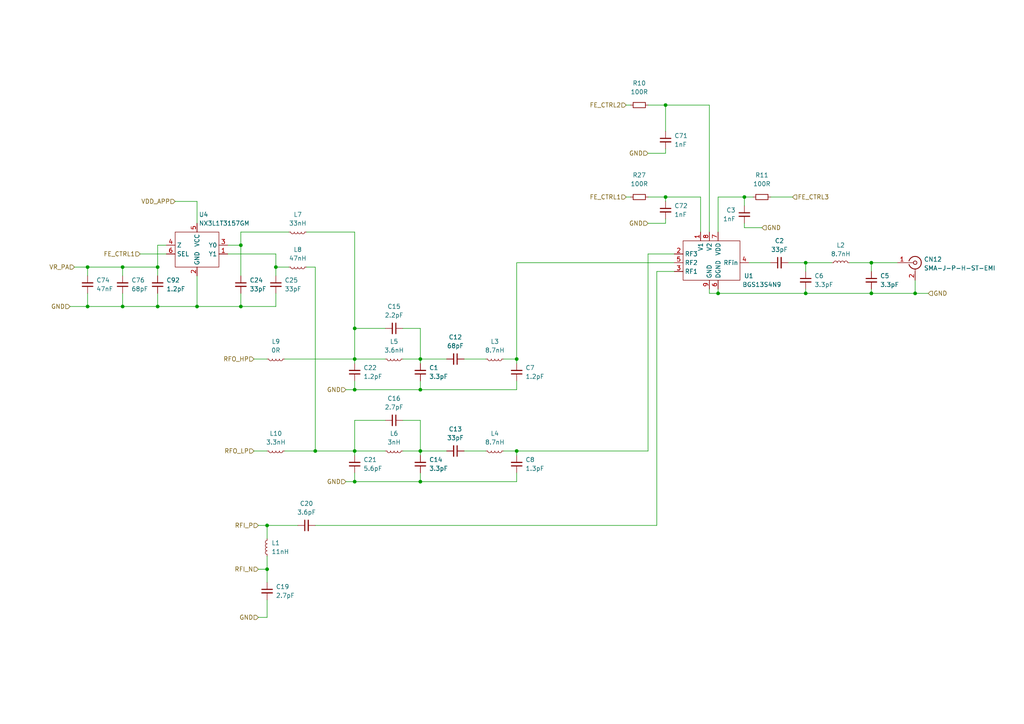
<source format=kicad_sch>
(kicad_sch (version 20211123) (generator eeschema)

  (uuid 7d36cf80-10c2-4357-b9a5-964ea56d704f)

  (paper "A4")

  (lib_symbols
    (symbol "Connector:Conn_Coaxial" (pin_names (offset 1.016) hide) (in_bom yes) (on_board yes)
      (property "Reference" "J" (id 0) (at 0.254 3.048 0)
        (effects (font (size 1.27 1.27)))
      )
      (property "Value" "Conn_Coaxial" (id 1) (at 2.921 0 90)
        (effects (font (size 1.27 1.27)))
      )
      (property "Footprint" "" (id 2) (at 0 0 0)
        (effects (font (size 1.27 1.27)) hide)
      )
      (property "Datasheet" " ~" (id 3) (at 0 0 0)
        (effects (font (size 1.27 1.27)) hide)
      )
      (property "ki_keywords" "BNC SMA SMB SMC LEMO coaxial connector CINCH RCA" (id 4) (at 0 0 0)
        (effects (font (size 1.27 1.27)) hide)
      )
      (property "ki_description" "coaxial connector (BNC, SMA, SMB, SMC, Cinch/RCA, LEMO, ...)" (id 5) (at 0 0 0)
        (effects (font (size 1.27 1.27)) hide)
      )
      (property "ki_fp_filters" "*BNC* *SMA* *SMB* *SMC* *Cinch* *LEMO*" (id 6) (at 0 0 0)
        (effects (font (size 1.27 1.27)) hide)
      )
      (symbol "Conn_Coaxial_0_1"
        (arc (start -1.778 -0.508) (mid 0.222 -1.808) (end 1.778 0)
          (stroke (width 0.254) (type default) (color 0 0 0 0))
          (fill (type none))
        )
        (polyline
          (pts
            (xy -2.54 0)
            (xy -0.508 0)
          )
          (stroke (width 0) (type default) (color 0 0 0 0))
          (fill (type none))
        )
        (polyline
          (pts
            (xy 0 -2.54)
            (xy 0 -1.778)
          )
          (stroke (width 0) (type default) (color 0 0 0 0))
          (fill (type none))
        )
        (circle (center 0 0) (radius 0.508)
          (stroke (width 0.2032) (type default) (color 0 0 0 0))
          (fill (type none))
        )
        (arc (start 1.778 0) (mid 0.2221 1.8083) (end -1.778 0.508)
          (stroke (width 0.254) (type default) (color 0 0 0 0))
          (fill (type none))
        )
      )
      (symbol "Conn_Coaxial_1_1"
        (pin passive line (at -5.08 0 0) (length 2.54)
          (name "In" (effects (font (size 1.27 1.27))))
          (number "1" (effects (font (size 1.27 1.27))))
        )
        (pin passive line (at 0 -5.08 90) (length 2.54)
          (name "Ext" (effects (font (size 1.27 1.27))))
          (number "2" (effects (font (size 1.27 1.27))))
        )
      )
    )
    (symbol "Device:C_Small" (pin_numbers hide) (pin_names (offset 0.254) hide) (in_bom yes) (on_board yes)
      (property "Reference" "C" (id 0) (at 0.254 1.778 0)
        (effects (font (size 1.27 1.27)) (justify left))
      )
      (property "Value" "C_Small" (id 1) (at 0.254 -2.032 0)
        (effects (font (size 1.27 1.27)) (justify left))
      )
      (property "Footprint" "" (id 2) (at 0 0 0)
        (effects (font (size 1.27 1.27)) hide)
      )
      (property "Datasheet" "~" (id 3) (at 0 0 0)
        (effects (font (size 1.27 1.27)) hide)
      )
      (property "ki_keywords" "capacitor cap" (id 4) (at 0 0 0)
        (effects (font (size 1.27 1.27)) hide)
      )
      (property "ki_description" "Unpolarized capacitor, small symbol" (id 5) (at 0 0 0)
        (effects (font (size 1.27 1.27)) hide)
      )
      (property "ki_fp_filters" "C_*" (id 6) (at 0 0 0)
        (effects (font (size 1.27 1.27)) hide)
      )
      (symbol "C_Small_0_1"
        (polyline
          (pts
            (xy -1.524 -0.508)
            (xy 1.524 -0.508)
          )
          (stroke (width 0.3302) (type default) (color 0 0 0 0))
          (fill (type none))
        )
        (polyline
          (pts
            (xy -1.524 0.508)
            (xy 1.524 0.508)
          )
          (stroke (width 0.3048) (type default) (color 0 0 0 0))
          (fill (type none))
        )
      )
      (symbol "C_Small_1_1"
        (pin passive line (at 0 2.54 270) (length 2.032)
          (name "~" (effects (font (size 1.27 1.27))))
          (number "1" (effects (font (size 1.27 1.27))))
        )
        (pin passive line (at 0 -2.54 90) (length 2.032)
          (name "~" (effects (font (size 1.27 1.27))))
          (number "2" (effects (font (size 1.27 1.27))))
        )
      )
    )
    (symbol "Device:L_Small" (pin_numbers hide) (pin_names (offset 0.254) hide) (in_bom yes) (on_board yes)
      (property "Reference" "L" (id 0) (at 0.762 1.016 0)
        (effects (font (size 1.27 1.27)) (justify left))
      )
      (property "Value" "L_Small" (id 1) (at 0.762 -1.016 0)
        (effects (font (size 1.27 1.27)) (justify left))
      )
      (property "Footprint" "" (id 2) (at 0 0 0)
        (effects (font (size 1.27 1.27)) hide)
      )
      (property "Datasheet" "~" (id 3) (at 0 0 0)
        (effects (font (size 1.27 1.27)) hide)
      )
      (property "ki_keywords" "inductor choke coil reactor magnetic" (id 4) (at 0 0 0)
        (effects (font (size 1.27 1.27)) hide)
      )
      (property "ki_description" "Inductor, small symbol" (id 5) (at 0 0 0)
        (effects (font (size 1.27 1.27)) hide)
      )
      (property "ki_fp_filters" "Choke_* *Coil* Inductor_* L_*" (id 6) (at 0 0 0)
        (effects (font (size 1.27 1.27)) hide)
      )
      (symbol "L_Small_0_1"
        (arc (start 0 -2.032) (mid 0.508 -1.524) (end 0 -1.016)
          (stroke (width 0) (type default) (color 0 0 0 0))
          (fill (type none))
        )
        (arc (start 0 -1.016) (mid 0.508 -0.508) (end 0 0)
          (stroke (width 0) (type default) (color 0 0 0 0))
          (fill (type none))
        )
        (arc (start 0 0) (mid 0.508 0.508) (end 0 1.016)
          (stroke (width 0) (type default) (color 0 0 0 0))
          (fill (type none))
        )
        (arc (start 0 1.016) (mid 0.508 1.524) (end 0 2.032)
          (stroke (width 0) (type default) (color 0 0 0 0))
          (fill (type none))
        )
      )
      (symbol "L_Small_1_1"
        (pin passive line (at 0 2.54 270) (length 0.508)
          (name "~" (effects (font (size 1.27 1.27))))
          (number "1" (effects (font (size 1.27 1.27))))
        )
        (pin passive line (at 0 -2.54 90) (length 0.508)
          (name "~" (effects (font (size 1.27 1.27))))
          (number "2" (effects (font (size 1.27 1.27))))
        )
      )
    )
    (symbol "Device:R_Small" (pin_numbers hide) (pin_names (offset 0.254) hide) (in_bom yes) (on_board yes)
      (property "Reference" "R" (id 0) (at 0.762 0.508 0)
        (effects (font (size 1.27 1.27)) (justify left))
      )
      (property "Value" "R_Small" (id 1) (at 0.762 -1.016 0)
        (effects (font (size 1.27 1.27)) (justify left))
      )
      (property "Footprint" "" (id 2) (at 0 0 0)
        (effects (font (size 1.27 1.27)) hide)
      )
      (property "Datasheet" "~" (id 3) (at 0 0 0)
        (effects (font (size 1.27 1.27)) hide)
      )
      (property "ki_keywords" "R resistor" (id 4) (at 0 0 0)
        (effects (font (size 1.27 1.27)) hide)
      )
      (property "ki_description" "Resistor, small symbol" (id 5) (at 0 0 0)
        (effects (font (size 1.27 1.27)) hide)
      )
      (property "ki_fp_filters" "R_*" (id 6) (at 0 0 0)
        (effects (font (size 1.27 1.27)) hide)
      )
      (symbol "R_Small_0_1"
        (rectangle (start -0.762 1.778) (end 0.762 -1.778)
          (stroke (width 0.2032) (type default) (color 0 0 0 0))
          (fill (type none))
        )
      )
      (symbol "R_Small_1_1"
        (pin passive line (at 0 2.54 270) (length 0.762)
          (name "~" (effects (font (size 1.27 1.27))))
          (number "1" (effects (font (size 1.27 1.27))))
        )
        (pin passive line (at 0 -2.54 90) (length 0.762)
          (name "~" (effects (font (size 1.27 1.27))))
          (number "2" (effects (font (size 1.27 1.27))))
        )
      )
    )
    (symbol "parts:BGS13S4N9" (in_bom yes) (on_board yes)
      (property "Reference" "U" (id 0) (at 10.16 -5.08 0)
        (effects (font (size 1.27 1.27)))
      )
      (property "Value" "BGS13S4N9" (id 1) (at 15.24 -2.54 0)
        (effects (font (size 1.27 1.27)))
      )
      (property "Footprint" "" (id 2) (at 13.97 -6.35 0)
        (effects (font (size 1.27 1.27)) hide)
      )
      (property "Datasheet" "" (id 3) (at 13.97 -6.35 0)
        (effects (font (size 1.27 1.27)) hide)
      )
      (symbol "BGS13S4N9_0_1"
        (rectangle (start -7.62 6.35) (end 8.89 -5.08)
          (stroke (width 0) (type default) (color 0 0 0 0))
          (fill (type none))
        )
      )
      (symbol "BGS13S4N9_1_1"
        (pin unspecified line (at -2.54 8.89 270) (length 2.54)
          (name "V1" (effects (font (size 1.27 1.27))))
          (number "1" (effects (font (size 1.27 1.27))))
        )
        (pin unspecified line (at -10.16 2.54 0) (length 2.54)
          (name "RF3" (effects (font (size 1.27 1.27))))
          (number "2" (effects (font (size 1.27 1.27))))
        )
        (pin unspecified line (at -10.16 -2.54 0) (length 2.54)
          (name "RF1" (effects (font (size 1.27 1.27))))
          (number "3" (effects (font (size 1.27 1.27))))
        )
        (pin unspecified line (at 11.43 0 180) (length 2.54)
          (name "RFin" (effects (font (size 1.27 1.27))))
          (number "4" (effects (font (size 1.27 1.27))))
        )
        (pin unspecified line (at -10.16 0 0) (length 2.54)
          (name "RF2" (effects (font (size 1.27 1.27))))
          (number "5" (effects (font (size 1.27 1.27))))
        )
        (pin unspecified line (at 2.54 -7.62 90) (length 2.54)
          (name "DGND" (effects (font (size 1.27 1.27))))
          (number "6" (effects (font (size 1.27 1.27))))
        )
        (pin unspecified line (at 2.54 8.89 270) (length 2.54)
          (name "VDD" (effects (font (size 1.27 1.27))))
          (number "7" (effects (font (size 1.27 1.27))))
        )
        (pin unspecified line (at 0 8.89 270) (length 2.54)
          (name "V2" (effects (font (size 1.27 1.27))))
          (number "8" (effects (font (size 1.27 1.27))))
        )
        (pin unspecified line (at 0 -7.62 90) (length 2.54)
          (name "GND" (effects (font (size 1.27 1.27))))
          (number "9" (effects (font (size 1.27 1.27))))
        )
      )
    )
    (symbol "parts:NX3L1T3157GM" (in_bom yes) (on_board yes)
      (property "Reference" "U" (id 0) (at 7.62 -6.35 0)
        (effects (font (size 1.27 1.27)))
      )
      (property "Value" "NX3L1T3157GM" (id 1) (at 13.97 -3.81 0)
        (effects (font (size 1.27 1.27)))
      )
      (property "Footprint" "" (id 2) (at 15.24 -5.08 0)
        (effects (font (size 1.27 1.27)) hide)
      )
      (property "Datasheet" "" (id 3) (at 15.24 -5.08 0)
        (effects (font (size 1.27 1.27)) hide)
      )
      (symbol "NX3L1T3157GM_0_1"
        (rectangle (start -6.35 5.08) (end 6.35 -5.08)
          (stroke (width 0) (type default) (color 0 0 0 0))
          (fill (type none))
        )
      )
      (symbol "NX3L1T3157GM_1_1"
        (pin unspecified line (at -8.89 -1.27 0) (length 2.54)
          (name "Y1" (effects (font (size 1.27 1.27))))
          (number "1" (effects (font (size 1.27 1.27))))
        )
        (pin unspecified line (at 0 -7.62 90) (length 2.54)
          (name "GND" (effects (font (size 1.27 1.27))))
          (number "2" (effects (font (size 1.27 1.27))))
        )
        (pin unspecified line (at -8.89 1.27 0) (length 2.54)
          (name "Y0" (effects (font (size 1.27 1.27))))
          (number "3" (effects (font (size 1.27 1.27))))
        )
        (pin unspecified line (at 8.89 1.27 180) (length 2.54)
          (name "Z" (effects (font (size 1.27 1.27))))
          (number "4" (effects (font (size 1.27 1.27))))
        )
        (pin unspecified line (at 0 7.62 270) (length 2.54)
          (name "VCC" (effects (font (size 1.27 1.27))))
          (number "5" (effects (font (size 1.27 1.27))))
        )
        (pin unspecified line (at 8.89 -1.27 180) (length 2.54)
          (name "SEL" (effects (font (size 1.27 1.27))))
          (number "6" (effects (font (size 1.27 1.27))))
        )
      )
    )
  )

  (junction (at 121.92 130.81) (diameter 0) (color 0 0 0 0)
    (uuid 034c1da6-974e-4313-a7b9-42c86c2c2f28)
  )
  (junction (at 69.85 88.9) (diameter 0) (color 0 0 0 0)
    (uuid 1113e9f3-5c82-4036-a17b-85c05d3a61d4)
  )
  (junction (at 121.92 139.7) (diameter 0) (color 0 0 0 0)
    (uuid 2dfaa3c5-b8f2-4093-8ffa-50366a5ce11f)
  )
  (junction (at 80.01 77.47) (diameter 0) (color 0 0 0 0)
    (uuid 36511405-aa0d-4b94-b77b-7ab19dcb8245)
  )
  (junction (at 121.92 104.14) (diameter 0) (color 0 0 0 0)
    (uuid 3ef81b0b-0ba8-430d-84c6-0739c4160863)
  )
  (junction (at 35.56 77.47) (diameter 0) (color 0 0 0 0)
    (uuid 47418a09-ebe5-4653-8d97-95eae61b1e13)
  )
  (junction (at 233.68 85.09) (diameter 0) (color 0 0 0 0)
    (uuid 4797af29-ab7d-4693-9bad-3e5995d3e38e)
  )
  (junction (at 252.73 76.2) (diameter 0) (color 0 0 0 0)
    (uuid 505854b7-4a18-4a9e-8d3c-b6743e613e7c)
  )
  (junction (at 149.86 104.14) (diameter 0) (color 0 0 0 0)
    (uuid 5bae048e-c80a-40dd-b5dc-05b61358ff64)
  )
  (junction (at 25.4 88.9) (diameter 0) (color 0 0 0 0)
    (uuid 5bffe8d3-d6ff-46e6-a2e7-4b4a621a0a1b)
  )
  (junction (at 77.47 152.4) (diameter 0) (color 0 0 0 0)
    (uuid 636e12fd-0104-441d-8789-88086180b36c)
  )
  (junction (at 193.04 57.15) (diameter 0) (color 0 0 0 0)
    (uuid 777c54ef-c223-4821-af68-0844051ae0bf)
  )
  (junction (at 45.72 77.47) (diameter 0) (color 0 0 0 0)
    (uuid 7908c248-a86e-4d5b-8bd9-ff31920fbe9d)
  )
  (junction (at 252.73 85.09) (diameter 0) (color 0 0 0 0)
    (uuid 7eb8e502-1169-4505-992a-b223860ed228)
  )
  (junction (at 102.87 113.03) (diameter 0) (color 0 0 0 0)
    (uuid 85ce6bbd-44d6-407d-ac3f-72f155b1868d)
  )
  (junction (at 25.4 77.47) (diameter 0) (color 0 0 0 0)
    (uuid 8794bbb8-862d-4da8-b3c8-8877bd78b1ee)
  )
  (junction (at 35.56 88.9) (diameter 0) (color 0 0 0 0)
    (uuid 88cb188e-89f4-4cde-a77d-7cdaaf9fd4ea)
  )
  (junction (at 233.68 76.2) (diameter 0) (color 0 0 0 0)
    (uuid a0e46e2a-4e7f-4b5f-b05f-556ed268b371)
  )
  (junction (at 77.47 165.1) (diameter 0) (color 0 0 0 0)
    (uuid b3994531-a1e0-4d3b-9407-b6aac0407205)
  )
  (junction (at 102.87 130.81) (diameter 0) (color 0 0 0 0)
    (uuid c0193622-57e3-4b6c-be0e-4e415ae1e9a1)
  )
  (junction (at 91.44 130.81) (diameter 0) (color 0 0 0 0)
    (uuid c34e3262-2db6-4a4f-8e1c-a9ec832c96dc)
  )
  (junction (at 69.85 71.12) (diameter 0) (color 0 0 0 0)
    (uuid c5f1e64e-8be7-47a3-a62e-49b9206f2340)
  )
  (junction (at 57.15 88.9) (diameter 0) (color 0 0 0 0)
    (uuid c8c3e888-5849-45f9-9f72-142ddb851273)
  )
  (junction (at 102.87 104.14) (diameter 0) (color 0 0 0 0)
    (uuid c9358787-7b9e-43bd-99a3-41eed3b62bc7)
  )
  (junction (at 265.43 85.09) (diameter 0) (color 0 0 0 0)
    (uuid cbf85877-b44a-4dbf-a2a5-2ea9e3d4e9a1)
  )
  (junction (at 102.87 139.7) (diameter 0) (color 0 0 0 0)
    (uuid e05661c9-05c3-44b8-ae82-714a1d9e3ab8)
  )
  (junction (at 208.28 85.09) (diameter 0) (color 0 0 0 0)
    (uuid e25b4deb-ae46-44cf-8552-e81fa8a9750f)
  )
  (junction (at 193.04 30.48) (diameter 0) (color 0 0 0 0)
    (uuid e4440bd1-9a13-4ddc-be55-e01fff99a037)
  )
  (junction (at 45.72 88.9) (diameter 0) (color 0 0 0 0)
    (uuid e6ec84e6-7c21-4f42-ae4f-d734f7ef2111)
  )
  (junction (at 149.86 130.81) (diameter 0) (color 0 0 0 0)
    (uuid f0b50804-6d03-43c5-85e4-2395a27d527c)
  )
  (junction (at 121.92 113.03) (diameter 0) (color 0 0 0 0)
    (uuid f2cb33dd-1737-46d6-9ed8-140759066d8c)
  )
  (junction (at 102.87 95.25) (diameter 0) (color 0 0 0 0)
    (uuid fcca0afb-22fc-42c3-999c-4d7b26999eba)
  )
  (junction (at 215.9 57.15) (diameter 0) (color 0 0 0 0)
    (uuid fe649436-c0c7-4ff9-810a-3420b461d206)
  )

  (wire (pts (xy 233.68 76.2) (xy 241.3 76.2))
    (stroke (width 0) (type default) (color 0 0 0 0))
    (uuid 0229972e-e22f-4f0e-8ab8-62496d3f0a89)
  )
  (wire (pts (xy 121.92 95.25) (xy 116.84 95.25))
    (stroke (width 0) (type default) (color 0 0 0 0))
    (uuid 06914d32-0184-4717-b824-c76449858fb6)
  )
  (wire (pts (xy 80.01 77.47) (xy 83.82 77.47))
    (stroke (width 0) (type default) (color 0 0 0 0))
    (uuid 081c22fd-02f1-4079-94ee-e45a0f382980)
  )
  (wire (pts (xy 100.33 139.7) (xy 102.87 139.7))
    (stroke (width 0) (type default) (color 0 0 0 0))
    (uuid 0943b6d4-fd84-4596-87e1-7ca48389fd81)
  )
  (wire (pts (xy 25.4 77.47) (xy 25.4 80.01))
    (stroke (width 0) (type default) (color 0 0 0 0))
    (uuid 0c6ea3b7-701e-4f90-bbf1-4e16fbd4b42e)
  )
  (wire (pts (xy 102.87 113.03) (xy 102.87 110.49))
    (stroke (width 0) (type default) (color 0 0 0 0))
    (uuid 10f4bcb1-f9d6-4fad-b725-424c3ae1f4b4)
  )
  (wire (pts (xy 35.56 88.9) (xy 45.72 88.9))
    (stroke (width 0) (type default) (color 0 0 0 0))
    (uuid 1127b7fd-59b8-4b7f-8bcd-bc9c3358d0d8)
  )
  (wire (pts (xy 205.74 30.48) (xy 205.74 67.31))
    (stroke (width 0) (type default) (color 0 0 0 0))
    (uuid 15cdd7d0-befa-4375-aa99-c0b9053f7849)
  )
  (wire (pts (xy 74.93 165.1) (xy 77.47 165.1))
    (stroke (width 0) (type default) (color 0 0 0 0))
    (uuid 184f359e-40f8-4a8b-aad3-5d2dd821789e)
  )
  (wire (pts (xy 121.92 121.92) (xy 116.84 121.92))
    (stroke (width 0) (type default) (color 0 0 0 0))
    (uuid 19195dc3-b5fc-4772-91a8-ba37e09b373c)
  )
  (wire (pts (xy 88.9 77.47) (xy 91.44 77.47))
    (stroke (width 0) (type default) (color 0 0 0 0))
    (uuid 199809fd-18bd-490e-87a4-4e0b9f410c01)
  )
  (wire (pts (xy 74.93 179.07) (xy 77.47 179.07))
    (stroke (width 0) (type default) (color 0 0 0 0))
    (uuid 1a513fa5-0120-473c-95b3-08a1294f156a)
  )
  (wire (pts (xy 69.85 71.12) (xy 69.85 80.01))
    (stroke (width 0) (type default) (color 0 0 0 0))
    (uuid 1c6c9fea-fdb3-40d3-9e19-4f96565e6e35)
  )
  (wire (pts (xy 77.47 179.07) (xy 77.47 173.99))
    (stroke (width 0) (type default) (color 0 0 0 0))
    (uuid 1f128438-e33a-43f5-a3c6-928e00a6ce31)
  )
  (wire (pts (xy 102.87 121.92) (xy 102.87 130.81))
    (stroke (width 0) (type default) (color 0 0 0 0))
    (uuid 1fd85922-c5a6-4aa2-958a-44c007af4b64)
  )
  (wire (pts (xy 45.72 77.47) (xy 45.72 71.12))
    (stroke (width 0) (type default) (color 0 0 0 0))
    (uuid 2031acf4-d6ea-4394-8bda-9c3e6bde5c17)
  )
  (wire (pts (xy 149.86 113.03) (xy 149.86 110.49))
    (stroke (width 0) (type default) (color 0 0 0 0))
    (uuid 22293f73-3e1c-421e-8df9-5675be778463)
  )
  (wire (pts (xy 187.96 73.66) (xy 195.58 73.66))
    (stroke (width 0) (type default) (color 0 0 0 0))
    (uuid 29ed7895-db77-4ecc-b60a-12d518c8f4be)
  )
  (wire (pts (xy 208.28 57.15) (xy 215.9 57.15))
    (stroke (width 0) (type default) (color 0 0 0 0))
    (uuid 2c19987c-603c-496b-9578-4d49a8f5a52f)
  )
  (wire (pts (xy 121.92 130.81) (xy 121.92 132.08))
    (stroke (width 0) (type default) (color 0 0 0 0))
    (uuid 2cf0ce02-b048-4fd0-a945-3fa991aa843f)
  )
  (wire (pts (xy 223.52 57.15) (xy 229.87 57.15))
    (stroke (width 0) (type default) (color 0 0 0 0))
    (uuid 2ddacf15-3234-4f11-aeef-4e22ecf5ec3d)
  )
  (wire (pts (xy 208.28 85.09) (xy 233.68 85.09))
    (stroke (width 0) (type default) (color 0 0 0 0))
    (uuid 2e193b42-a108-49d5-8883-f1b98dbcbcd5)
  )
  (wire (pts (xy 116.84 104.14) (xy 121.92 104.14))
    (stroke (width 0) (type default) (color 0 0 0 0))
    (uuid 2e40b03d-6b69-4384-94b1-c12dd9c34b3d)
  )
  (wire (pts (xy 77.47 161.29) (xy 77.47 165.1))
    (stroke (width 0) (type default) (color 0 0 0 0))
    (uuid 2e839f83-0de3-4571-9138-987bfaf26d9f)
  )
  (wire (pts (xy 20.32 88.9) (xy 25.4 88.9))
    (stroke (width 0) (type default) (color 0 0 0 0))
    (uuid 326a3d47-3f33-41c9-94f1-f96a0a785d99)
  )
  (wire (pts (xy 252.73 83.82) (xy 252.73 85.09))
    (stroke (width 0) (type default) (color 0 0 0 0))
    (uuid 35b5d416-24ea-4dbf-a419-737d7b8fcc2b)
  )
  (wire (pts (xy 66.04 71.12) (xy 69.85 71.12))
    (stroke (width 0) (type default) (color 0 0 0 0))
    (uuid 3656fdbf-679b-496a-a037-1e8ce263a95d)
  )
  (wire (pts (xy 74.93 152.4) (xy 77.47 152.4))
    (stroke (width 0) (type default) (color 0 0 0 0))
    (uuid 3b62f6cc-e42e-4b05-b421-cab28104d8ac)
  )
  (wire (pts (xy 111.76 121.92) (xy 102.87 121.92))
    (stroke (width 0) (type default) (color 0 0 0 0))
    (uuid 3c1d566c-083d-4a83-995b-932f1600c2fb)
  )
  (wire (pts (xy 149.86 130.81) (xy 187.96 130.81))
    (stroke (width 0) (type default) (color 0 0 0 0))
    (uuid 3c2c5213-542f-40de-bb3c-7fa96f558a71)
  )
  (wire (pts (xy 252.73 85.09) (xy 265.43 85.09))
    (stroke (width 0) (type default) (color 0 0 0 0))
    (uuid 3e841a70-e9e5-4c3e-a13d-4242ef975a0e)
  )
  (wire (pts (xy 252.73 78.74) (xy 252.73 76.2))
    (stroke (width 0) (type default) (color 0 0 0 0))
    (uuid 4024f964-7ebf-49b0-86a7-34a9d79b0717)
  )
  (wire (pts (xy 190.5 78.74) (xy 195.58 78.74))
    (stroke (width 0) (type default) (color 0 0 0 0))
    (uuid 404f1c0a-d507-4fc3-93bb-729420d646ea)
  )
  (wire (pts (xy 121.92 130.81) (xy 121.92 121.92))
    (stroke (width 0) (type default) (color 0 0 0 0))
    (uuid 460b1514-45e8-42dc-b7ab-b46debad661d)
  )
  (wire (pts (xy 35.56 77.47) (xy 45.72 77.47))
    (stroke (width 0) (type default) (color 0 0 0 0))
    (uuid 46a12471-1eac-45ca-af28-85c98a1ac7ef)
  )
  (wire (pts (xy 80.01 80.01) (xy 80.01 77.47))
    (stroke (width 0) (type default) (color 0 0 0 0))
    (uuid 4bb817c2-279c-4323-bc2d-1a2909ece573)
  )
  (wire (pts (xy 25.4 85.09) (xy 25.4 88.9))
    (stroke (width 0) (type default) (color 0 0 0 0))
    (uuid 4be08cdf-e177-4d5e-9af0-8671ffbf678a)
  )
  (wire (pts (xy 149.86 139.7) (xy 149.86 137.16))
    (stroke (width 0) (type default) (color 0 0 0 0))
    (uuid 4bef73f7-dfec-4587-afc0-11ccaa666c25)
  )
  (wire (pts (xy 45.72 71.12) (xy 48.26 71.12))
    (stroke (width 0) (type default) (color 0 0 0 0))
    (uuid 4da85e6a-4edc-411f-8105-78165f937c50)
  )
  (wire (pts (xy 57.15 88.9) (xy 69.85 88.9))
    (stroke (width 0) (type default) (color 0 0 0 0))
    (uuid 4ed936af-21e5-4395-8ac7-2ba05844f6e4)
  )
  (wire (pts (xy 121.92 113.03) (xy 121.92 110.49))
    (stroke (width 0) (type default) (color 0 0 0 0))
    (uuid 554e24d4-358f-4901-9aa2-efc68741ff9b)
  )
  (wire (pts (xy 57.15 80.01) (xy 57.15 88.9))
    (stroke (width 0) (type default) (color 0 0 0 0))
    (uuid 55b2a75d-ebdb-4108-8545-33fbd89335cb)
  )
  (wire (pts (xy 102.87 104.14) (xy 111.76 104.14))
    (stroke (width 0) (type default) (color 0 0 0 0))
    (uuid 55f5215f-c501-4527-9f42-ce4775e144a5)
  )
  (wire (pts (xy 91.44 152.4) (xy 190.5 152.4))
    (stroke (width 0) (type default) (color 0 0 0 0))
    (uuid 5726919a-57e7-44d2-b9c7-ee4aab928809)
  )
  (wire (pts (xy 111.76 95.25) (xy 102.87 95.25))
    (stroke (width 0) (type default) (color 0 0 0 0))
    (uuid 57776e01-8166-4349-b612-68d23af76787)
  )
  (wire (pts (xy 121.92 130.81) (xy 129.54 130.81))
    (stroke (width 0) (type default) (color 0 0 0 0))
    (uuid 57cd4679-cded-4fa6-be08-b616f620158d)
  )
  (wire (pts (xy 35.56 85.09) (xy 35.56 88.9))
    (stroke (width 0) (type default) (color 0 0 0 0))
    (uuid 57d08e41-40c7-42d3-b889-46e7086ec028)
  )
  (wire (pts (xy 146.05 104.14) (xy 149.86 104.14))
    (stroke (width 0) (type default) (color 0 0 0 0))
    (uuid 58216f83-8c15-48dc-8de6-f478662671a2)
  )
  (wire (pts (xy 69.85 67.31) (xy 69.85 71.12))
    (stroke (width 0) (type default) (color 0 0 0 0))
    (uuid 58d62aeb-1c20-42ae-9925-ebaa2ef47f40)
  )
  (wire (pts (xy 121.92 104.14) (xy 121.92 95.25))
    (stroke (width 0) (type default) (color 0 0 0 0))
    (uuid 5965bfe1-a402-4ced-b0f8-6efd8381fbf1)
  )
  (wire (pts (xy 121.92 139.7) (xy 121.92 137.16))
    (stroke (width 0) (type default) (color 0 0 0 0))
    (uuid 5bf92bd3-bd11-49a6-9de9-903fdb4ec3b4)
  )
  (wire (pts (xy 66.04 73.66) (xy 80.01 73.66))
    (stroke (width 0) (type default) (color 0 0 0 0))
    (uuid 6362be13-ce96-4503-bf35-3eb3158d7000)
  )
  (wire (pts (xy 69.85 85.09) (xy 69.85 88.9))
    (stroke (width 0) (type default) (color 0 0 0 0))
    (uuid 64f538b8-c335-46a4-b0ed-0f561baebe0e)
  )
  (wire (pts (xy 121.92 104.14) (xy 121.92 105.41))
    (stroke (width 0) (type default) (color 0 0 0 0))
    (uuid 6aaf8868-7976-48bd-8c7d-c31ba33b2ee1)
  )
  (wire (pts (xy 149.86 76.2) (xy 149.86 104.14))
    (stroke (width 0) (type default) (color 0 0 0 0))
    (uuid 6b0304b2-8ace-4b81-8d99-91881319aded)
  )
  (wire (pts (xy 102.87 104.14) (xy 102.87 105.41))
    (stroke (width 0) (type default) (color 0 0 0 0))
    (uuid 6b16dc08-99e5-4556-ac9b-39a81a23a6d0)
  )
  (wire (pts (xy 193.04 57.15) (xy 193.04 58.42))
    (stroke (width 0) (type default) (color 0 0 0 0))
    (uuid 6c6461bb-60d2-425c-bb95-1406764ad340)
  )
  (wire (pts (xy 45.72 85.09) (xy 45.72 88.9))
    (stroke (width 0) (type default) (color 0 0 0 0))
    (uuid 6ec0f04a-8b37-4033-998d-dee4de0fd05e)
  )
  (wire (pts (xy 265.43 85.09) (xy 269.24 85.09))
    (stroke (width 0) (type default) (color 0 0 0 0))
    (uuid 6f275b9e-9a1c-47ed-86bc-81ff8627c86e)
  )
  (wire (pts (xy 25.4 88.9) (xy 35.56 88.9))
    (stroke (width 0) (type default) (color 0 0 0 0))
    (uuid 704a54b6-d57e-40bd-bf67-07b22b110422)
  )
  (wire (pts (xy 193.04 57.15) (xy 203.2 57.15))
    (stroke (width 0) (type default) (color 0 0 0 0))
    (uuid 7219d02e-dd38-4d9e-87d7-4843496a1a3c)
  )
  (wire (pts (xy 91.44 77.47) (xy 91.44 130.81))
    (stroke (width 0) (type default) (color 0 0 0 0))
    (uuid 7586498e-e0c6-46a6-81c3-d60f6b1f342d)
  )
  (wire (pts (xy 102.87 130.81) (xy 102.87 132.08))
    (stroke (width 0) (type default) (color 0 0 0 0))
    (uuid 75f3ff11-7c58-4d09-a6e4-0e9011d12737)
  )
  (wire (pts (xy 45.72 88.9) (xy 57.15 88.9))
    (stroke (width 0) (type default) (color 0 0 0 0))
    (uuid 76892970-ec5e-469c-9566-8361593ca3c6)
  )
  (wire (pts (xy 203.2 57.15) (xy 203.2 67.31))
    (stroke (width 0) (type default) (color 0 0 0 0))
    (uuid 76ebdcf4-ec6f-41dc-83dc-91c22031fe57)
  )
  (wire (pts (xy 252.73 76.2) (xy 260.35 76.2))
    (stroke (width 0) (type default) (color 0 0 0 0))
    (uuid 7a1170ff-912d-40c2-960e-6c1d9c49500f)
  )
  (wire (pts (xy 35.56 77.47) (xy 35.56 80.01))
    (stroke (width 0) (type default) (color 0 0 0 0))
    (uuid 7e0d337e-ab07-49c6-88c0-2e4adf3421b3)
  )
  (wire (pts (xy 102.87 130.81) (xy 111.76 130.81))
    (stroke (width 0) (type default) (color 0 0 0 0))
    (uuid 82a2048a-024a-450b-87e4-56507dfc1b03)
  )
  (wire (pts (xy 21.59 77.47) (xy 25.4 77.47))
    (stroke (width 0) (type default) (color 0 0 0 0))
    (uuid 8363f513-cabd-47f1-9273-77c23d608f9a)
  )
  (wire (pts (xy 195.58 76.2) (xy 149.86 76.2))
    (stroke (width 0) (type default) (color 0 0 0 0))
    (uuid 83ec2af4-9d4a-4eba-852d-a67f6f75a9f8)
  )
  (wire (pts (xy 190.5 152.4) (xy 190.5 78.74))
    (stroke (width 0) (type default) (color 0 0 0 0))
    (uuid 865b89ce-8e89-4773-ba10-79a938d57c01)
  )
  (wire (pts (xy 102.87 113.03) (xy 121.92 113.03))
    (stroke (width 0) (type default) (color 0 0 0 0))
    (uuid 8b889e15-cf9c-4708-a1c7-0a4da9863971)
  )
  (wire (pts (xy 220.98 66.04) (xy 215.9 66.04))
    (stroke (width 0) (type default) (color 0 0 0 0))
    (uuid 8bcd0079-4b61-4b36-b2e1-4ad411734fc2)
  )
  (wire (pts (xy 181.61 30.48) (xy 182.88 30.48))
    (stroke (width 0) (type default) (color 0 0 0 0))
    (uuid 8f8d9f4b-7713-445f-9867-b5cc27620907)
  )
  (wire (pts (xy 187.96 64.77) (xy 193.04 64.77))
    (stroke (width 0) (type default) (color 0 0 0 0))
    (uuid 902f0e59-1259-45d5-9372-6c451fa722e5)
  )
  (wire (pts (xy 205.74 85.09) (xy 208.28 85.09))
    (stroke (width 0) (type default) (color 0 0 0 0))
    (uuid 90bdaca0-f00a-4329-a303-835a3d6496a2)
  )
  (wire (pts (xy 102.87 139.7) (xy 121.92 139.7))
    (stroke (width 0) (type default) (color 0 0 0 0))
    (uuid 93b1ea61-89b3-43e1-9fc4-fc9ed62b1d01)
  )
  (wire (pts (xy 88.9 67.31) (xy 102.87 67.31))
    (stroke (width 0) (type default) (color 0 0 0 0))
    (uuid 9441c423-50ca-44fc-950b-2ef44b0d7466)
  )
  (wire (pts (xy 187.96 30.48) (xy 193.04 30.48))
    (stroke (width 0) (type default) (color 0 0 0 0))
    (uuid 986240b1-caf9-41ce-b7ba-98fd5cbf8d3b)
  )
  (wire (pts (xy 208.28 83.82) (xy 208.28 85.09))
    (stroke (width 0) (type default) (color 0 0 0 0))
    (uuid 98722112-de4d-4eea-bf1d-7881a8c4282d)
  )
  (wire (pts (xy 205.74 83.82) (xy 205.74 85.09))
    (stroke (width 0) (type default) (color 0 0 0 0))
    (uuid 9c0e3ee8-ed8e-439f-93ce-11772aa27269)
  )
  (wire (pts (xy 40.64 73.66) (xy 48.26 73.66))
    (stroke (width 0) (type default) (color 0 0 0 0))
    (uuid 9c999be6-fc69-467d-bf07-88de66686b32)
  )
  (wire (pts (xy 146.05 130.81) (xy 149.86 130.81))
    (stroke (width 0) (type default) (color 0 0 0 0))
    (uuid 9f20e76a-e96c-4960-bcab-6c3887af2bd0)
  )
  (wire (pts (xy 121.92 113.03) (xy 149.86 113.03))
    (stroke (width 0) (type default) (color 0 0 0 0))
    (uuid 9ffbbdcb-f107-45f3-b11f-5d3f8f9493ca)
  )
  (wire (pts (xy 233.68 78.74) (xy 233.68 76.2))
    (stroke (width 0) (type default) (color 0 0 0 0))
    (uuid a2d4d1a7-c55c-483e-ac8b-506f898c713b)
  )
  (wire (pts (xy 57.15 64.77) (xy 57.15 58.42))
    (stroke (width 0) (type default) (color 0 0 0 0))
    (uuid a5818974-4d2c-41d4-bef8-b5b88064b80d)
  )
  (wire (pts (xy 82.55 130.81) (xy 91.44 130.81))
    (stroke (width 0) (type default) (color 0 0 0 0))
    (uuid a7105738-4017-460c-bdcd-4724fdee4278)
  )
  (wire (pts (xy 215.9 57.15) (xy 218.44 57.15))
    (stroke (width 0) (type default) (color 0 0 0 0))
    (uuid aaecb53a-10f6-4d93-9830-16873d80a899)
  )
  (wire (pts (xy 25.4 77.47) (xy 35.56 77.47))
    (stroke (width 0) (type default) (color 0 0 0 0))
    (uuid ab6cf308-2e0d-410a-bfe3-80c39234d37b)
  )
  (wire (pts (xy 91.44 130.81) (xy 102.87 130.81))
    (stroke (width 0) (type default) (color 0 0 0 0))
    (uuid b09c3053-1bf3-43e0-ba1b-80d26b87872d)
  )
  (wire (pts (xy 134.62 104.14) (xy 140.97 104.14))
    (stroke (width 0) (type default) (color 0 0 0 0))
    (uuid b58b860d-2d2a-4aea-a8d4-3cafc176c038)
  )
  (wire (pts (xy 100.33 113.03) (xy 102.87 113.03))
    (stroke (width 0) (type default) (color 0 0 0 0))
    (uuid b9b46f18-f151-46a5-bc5b-3c949747600c)
  )
  (wire (pts (xy 217.17 76.2) (xy 223.52 76.2))
    (stroke (width 0) (type default) (color 0 0 0 0))
    (uuid b9dde996-1271-4d1d-9a09-886ebfc85e90)
  )
  (wire (pts (xy 69.85 88.9) (xy 80.01 88.9))
    (stroke (width 0) (type default) (color 0 0 0 0))
    (uuid bcae78a0-f7af-485d-bde5-7baedb2c5f6d)
  )
  (wire (pts (xy 233.68 85.09) (xy 252.73 85.09))
    (stroke (width 0) (type default) (color 0 0 0 0))
    (uuid c133b3b4-04bc-4a73-bb96-33ca2cbc3932)
  )
  (wire (pts (xy 82.55 104.14) (xy 102.87 104.14))
    (stroke (width 0) (type default) (color 0 0 0 0))
    (uuid c1ca6f53-1a41-47d9-b2e4-9e14381bc3b4)
  )
  (wire (pts (xy 73.66 130.81) (xy 77.47 130.81))
    (stroke (width 0) (type default) (color 0 0 0 0))
    (uuid c2e8776f-6ead-4bbc-9bb1-e3a5d69f65fe)
  )
  (wire (pts (xy 215.9 57.15) (xy 215.9 59.69))
    (stroke (width 0) (type default) (color 0 0 0 0))
    (uuid c592fa01-0fef-49b8-b038-baeddb7ce21b)
  )
  (wire (pts (xy 187.96 57.15) (xy 193.04 57.15))
    (stroke (width 0) (type default) (color 0 0 0 0))
    (uuid c5dfb7a1-d036-43cd-97d1-21f5e1976dc7)
  )
  (wire (pts (xy 102.87 139.7) (xy 102.87 137.16))
    (stroke (width 0) (type default) (color 0 0 0 0))
    (uuid c7b38d2e-c9ab-4714-95d0-3c46cb8409af)
  )
  (wire (pts (xy 193.04 44.45) (xy 193.04 43.18))
    (stroke (width 0) (type default) (color 0 0 0 0))
    (uuid ca3574a4-7255-43cf-8dec-b7bc1615f28e)
  )
  (wire (pts (xy 77.47 165.1) (xy 77.47 168.91))
    (stroke (width 0) (type default) (color 0 0 0 0))
    (uuid cb251bda-1dba-452a-9173-23ccc8fdc9ed)
  )
  (wire (pts (xy 246.38 76.2) (xy 252.73 76.2))
    (stroke (width 0) (type default) (color 0 0 0 0))
    (uuid cc746810-398f-4c39-aaa3-29915226eb60)
  )
  (wire (pts (xy 208.28 67.31) (xy 208.28 57.15))
    (stroke (width 0) (type default) (color 0 0 0 0))
    (uuid cf432db4-3d00-45c2-9346-115b63ce4649)
  )
  (wire (pts (xy 77.47 152.4) (xy 86.36 152.4))
    (stroke (width 0) (type default) (color 0 0 0 0))
    (uuid d0fd7369-e2f4-4d88-a25e-813bfdf0a72a)
  )
  (wire (pts (xy 233.68 83.82) (xy 233.68 85.09))
    (stroke (width 0) (type default) (color 0 0 0 0))
    (uuid d1c2ef68-816d-420d-abbc-062efef214e5)
  )
  (wire (pts (xy 116.84 130.81) (xy 121.92 130.81))
    (stroke (width 0) (type default) (color 0 0 0 0))
    (uuid d1c46c8a-58be-4804-ad67-d89700ca2839)
  )
  (wire (pts (xy 193.04 30.48) (xy 193.04 38.1))
    (stroke (width 0) (type default) (color 0 0 0 0))
    (uuid d2cb91f0-e314-49a4-a72b-2f87bcc40d7b)
  )
  (wire (pts (xy 265.43 81.28) (xy 265.43 85.09))
    (stroke (width 0) (type default) (color 0 0 0 0))
    (uuid d4cef307-2923-4e72-82b3-c227e3ad5b65)
  )
  (wire (pts (xy 187.96 44.45) (xy 193.04 44.45))
    (stroke (width 0) (type default) (color 0 0 0 0))
    (uuid d5339927-b890-433a-96e0-c06631b258b0)
  )
  (wire (pts (xy 134.62 130.81) (xy 140.97 130.81))
    (stroke (width 0) (type default) (color 0 0 0 0))
    (uuid d6ac2605-4880-41ac-a211-92ab44ca1536)
  )
  (wire (pts (xy 149.86 104.14) (xy 149.86 105.41))
    (stroke (width 0) (type default) (color 0 0 0 0))
    (uuid d6d26878-d9f1-4b36-a534-d2b255717f64)
  )
  (wire (pts (xy 149.86 130.81) (xy 149.86 132.08))
    (stroke (width 0) (type default) (color 0 0 0 0))
    (uuid d96da0be-cc1d-4830-a53e-8454a16005e6)
  )
  (wire (pts (xy 45.72 77.47) (xy 45.72 80.01))
    (stroke (width 0) (type default) (color 0 0 0 0))
    (uuid d9fa0b8d-5404-4a95-8118-2eb015400e1b)
  )
  (wire (pts (xy 80.01 73.66) (xy 80.01 77.47))
    (stroke (width 0) (type default) (color 0 0 0 0))
    (uuid de1211c5-4703-4a34-a979-f7cb29403e69)
  )
  (wire (pts (xy 121.92 139.7) (xy 149.86 139.7))
    (stroke (width 0) (type default) (color 0 0 0 0))
    (uuid e183f001-3ccf-49b5-bacd-1c38766c976f)
  )
  (wire (pts (xy 83.82 67.31) (xy 69.85 67.31))
    (stroke (width 0) (type default) (color 0 0 0 0))
    (uuid e2263ea3-bd4e-4128-adeb-6bb3662af63f)
  )
  (wire (pts (xy 181.61 57.15) (xy 182.88 57.15))
    (stroke (width 0) (type default) (color 0 0 0 0))
    (uuid e423927f-be07-47ba-a003-3a6abbca857e)
  )
  (wire (pts (xy 187.96 130.81) (xy 187.96 73.66))
    (stroke (width 0) (type default) (color 0 0 0 0))
    (uuid e5671007-95cf-4443-a594-76b7b383cf92)
  )
  (wire (pts (xy 121.92 104.14) (xy 129.54 104.14))
    (stroke (width 0) (type default) (color 0 0 0 0))
    (uuid e6c579f8-cf25-4829-bf23-5e7106170be6)
  )
  (wire (pts (xy 77.47 152.4) (xy 77.47 156.21))
    (stroke (width 0) (type default) (color 0 0 0 0))
    (uuid ec20c5a9-03f6-4385-ab98-46547c5e55b5)
  )
  (wire (pts (xy 193.04 30.48) (xy 205.74 30.48))
    (stroke (width 0) (type default) (color 0 0 0 0))
    (uuid ec38e40f-8847-46bc-af9d-f7e040f80e3d)
  )
  (wire (pts (xy 228.6 76.2) (xy 233.68 76.2))
    (stroke (width 0) (type default) (color 0 0 0 0))
    (uuid efca8754-5182-4aa3-beb1-84919b56d1f0)
  )
  (wire (pts (xy 102.87 95.25) (xy 102.87 104.14))
    (stroke (width 0) (type default) (color 0 0 0 0))
    (uuid f0833b85-a828-45d0-b2b3-12b9c2b829f8)
  )
  (wire (pts (xy 80.01 88.9) (xy 80.01 85.09))
    (stroke (width 0) (type default) (color 0 0 0 0))
    (uuid f0c9cfbb-a008-418a-8962-bfe099ebe582)
  )
  (wire (pts (xy 215.9 66.04) (xy 215.9 64.77))
    (stroke (width 0) (type default) (color 0 0 0 0))
    (uuid f0d95976-89ad-4820-a906-dfe17a84d57d)
  )
  (wire (pts (xy 102.87 67.31) (xy 102.87 95.25))
    (stroke (width 0) (type default) (color 0 0 0 0))
    (uuid f11acede-82b8-4f6c-b465-ff25466496e0)
  )
  (wire (pts (xy 57.15 58.42) (xy 50.8 58.42))
    (stroke (width 0) (type default) (color 0 0 0 0))
    (uuid f3307beb-24c1-472f-baef-6c02f5188693)
  )
  (wire (pts (xy 193.04 64.77) (xy 193.04 63.5))
    (stroke (width 0) (type default) (color 0 0 0 0))
    (uuid f3d6526c-e82b-44c5-9567-98a98612f349)
  )
  (wire (pts (xy 73.66 104.14) (xy 77.47 104.14))
    (stroke (width 0) (type default) (color 0 0 0 0))
    (uuid fcd0b083-f0d9-4a2e-81ab-0e21e96f750e)
  )

  (hierarchical_label "GND" (shape input) (at 100.33 113.03 180)
    (effects (font (size 1.27 1.27)) (justify right))
    (uuid 0aa8ca6b-8465-4374-b2c7-eb9628e98f9f)
  )
  (hierarchical_label "VDD_APP" (shape input) (at 50.8 58.42 180)
    (effects (font (size 1.27 1.27)) (justify right))
    (uuid 13ca379f-125f-4084-9d2f-c4ee9c8f01d1)
  )
  (hierarchical_label "RFI_P" (shape input) (at 74.93 152.4 180)
    (effects (font (size 1.27 1.27)) (justify right))
    (uuid 2ec0e657-7b35-4e52-a484-5216a7f52910)
  )
  (hierarchical_label "GND" (shape input) (at 74.93 179.07 180)
    (effects (font (size 1.27 1.27)) (justify right))
    (uuid 34577644-5050-4238-8f2e-07c83a4b66bf)
  )
  (hierarchical_label "VR_PA" (shape input) (at 21.59 77.47 180)
    (effects (font (size 1.27 1.27)) (justify right))
    (uuid 70648afd-fdf6-44df-9de6-cd93089846bf)
  )
  (hierarchical_label "RFI_N" (shape input) (at 74.93 165.1 180)
    (effects (font (size 1.27 1.27)) (justify right))
    (uuid 75c5b044-13a4-4bf7-bf03-4fb428f9d7e0)
  )
  (hierarchical_label "GND" (shape input) (at 269.24 85.09 0)
    (effects (font (size 1.27 1.27)) (justify left))
    (uuid 7fc86e65-29bc-46d7-9dd8-0782c725f8b0)
  )
  (hierarchical_label "GND" (shape input) (at 187.96 64.77 180)
    (effects (font (size 1.27 1.27)) (justify right))
    (uuid 7fe6bc24-1cb6-416f-844c-0d14b9b1e960)
  )
  (hierarchical_label "GND" (shape input) (at 187.96 44.45 180)
    (effects (font (size 1.27 1.27)) (justify right))
    (uuid 81a6b601-b5ef-4153-8c99-65561ac5f64d)
  )
  (hierarchical_label "RFO_LP" (shape input) (at 73.66 130.81 180)
    (effects (font (size 1.27 1.27)) (justify right))
    (uuid 9749d9e8-b930-4ff1-89d9-0e700813bcd4)
  )
  (hierarchical_label "GND" (shape input) (at 100.33 139.7 180)
    (effects (font (size 1.27 1.27)) (justify right))
    (uuid 97e3920e-218c-4107-9046-9053613fae17)
  )
  (hierarchical_label "FE_CTRL1" (shape input) (at 40.64 73.66 180)
    (effects (font (size 1.27 1.27)) (justify right))
    (uuid 98be2d37-33bd-4b83-b1af-aae750aff012)
  )
  (hierarchical_label "FE_CTRL2" (shape input) (at 181.61 30.48 180)
    (effects (font (size 1.27 1.27)) (justify right))
    (uuid b352b44d-efce-4adb-ae8f-b5df9ca8ff9a)
  )
  (hierarchical_label "GND" (shape input) (at 20.32 88.9 180)
    (effects (font (size 1.27 1.27)) (justify right))
    (uuid ba07035b-50de-42e9-b320-421cf7f344aa)
  )
  (hierarchical_label "FE_CTRL1" (shape input) (at 181.61 57.15 180)
    (effects (font (size 1.27 1.27)) (justify right))
    (uuid bcabf1c2-0d76-427b-97bd-8f0019572ae0)
  )
  (hierarchical_label "FE_CTRL3" (shape input) (at 229.87 57.15 0)
    (effects (font (size 1.27 1.27)) (justify left))
    (uuid d735809d-1a71-411f-b6f1-6192bf7bd578)
  )
  (hierarchical_label "GND" (shape input) (at 220.98 66.04 0)
    (effects (font (size 1.27 1.27)) (justify left))
    (uuid ef3c1c5f-bcaa-4a78-9cf6-8e5022573301)
  )
  (hierarchical_label "RFO_HP" (shape input) (at 73.66 104.14 180)
    (effects (font (size 1.27 1.27)) (justify right))
    (uuid f7c7d4de-ed91-4da6-9f25-7e5d55c8e8a9)
  )

  (symbol (lib_id "Device:L_Small") (at 114.3 130.81 270) (unit 1)
    (in_bom yes) (on_board yes) (fields_autoplaced)
    (uuid 04a764cc-ef32-4e76-b44e-63627e0b7280)
    (property "Reference" "L6" (id 0) (at 114.3 125.73 90))
    (property "Value" "3nH" (id 1) (at 114.3 128.27 90))
    (property "Footprint" "Inductor_SMD:L_0402_1005Metric" (id 2) (at 114.3 130.81 0)
      (effects (font (size 1.27 1.27)) hide)
    )
    (property "Datasheet" "~" (id 3) (at 114.3 130.81 0)
      (effects (font (size 1.27 1.27)) hide)
    )
    (property "MPN" "LQW15AN3N0B00" (id 4) (at 114.3 130.81 90)
      (effects (font (size 1.27 1.27)) hide)
    )
    (pin "1" (uuid fe37fab2-66d5-429a-8b54-3bbf705ab427))
    (pin "2" (uuid e3c2fe8f-7192-484d-b5f4-7c9335dc6821))
  )

  (symbol (lib_id "Device:L_Small") (at 80.01 130.81 270) (unit 1)
    (in_bom yes) (on_board yes) (fields_autoplaced)
    (uuid 065d15ea-d943-4ab0-86e5-2872f4dfcbb7)
    (property "Reference" "L10" (id 0) (at 80.01 125.73 90))
    (property "Value" "3.3nH" (id 1) (at 80.01 128.27 90))
    (property "Footprint" "Inductor_SMD:L_0402_1005Metric" (id 2) (at 80.01 130.81 0)
      (effects (font (size 1.27 1.27)) hide)
    )
    (property "Datasheet" "~" (id 3) (at 80.01 130.81 0)
      (effects (font (size 1.27 1.27)) hide)
    )
    (property "MPN" "LQW15AN3N3C80" (id 4) (at 80.01 130.81 90)
      (effects (font (size 1.27 1.27)) hide)
    )
    (pin "1" (uuid 0a051a43-7cae-417c-a7e1-b1eaa580e6ad))
    (pin "2" (uuid 3d7f9953-1ca9-4fac-948b-c6c1d1e7ebdb))
  )

  (symbol (lib_id "Device:C_Small") (at 149.86 134.62 180) (unit 1)
    (in_bom yes) (on_board yes) (fields_autoplaced)
    (uuid 0a81c753-8500-4f7b-a4a5-efdada6a1fa0)
    (property "Reference" "C8" (id 0) (at 152.4 133.3435 0)
      (effects (font (size 1.27 1.27)) (justify right))
    )
    (property "Value" "1.3pF" (id 1) (at 152.4 135.8835 0)
      (effects (font (size 1.27 1.27)) (justify right))
    )
    (property "Footprint" "Capacitor_SMD:C_0402_1005Metric" (id 2) (at 149.86 134.62 0)
      (effects (font (size 1.27 1.27)) hide)
    )
    (property "Datasheet" "~" (id 3) (at 149.86 134.62 0)
      (effects (font (size 1.27 1.27)) hide)
    )
    (property "MPN" "CC0402BRNPO9BN1R3" (id 4) (at 149.86 134.62 0)
      (effects (font (size 1.27 1.27)) hide)
    )
    (pin "1" (uuid f3151ac1-05ed-42a4-9b51-3b3ba872408c))
    (pin "2" (uuid d4720f9a-ccb6-4eca-adf3-df8f79911c06))
  )

  (symbol (lib_id "Device:L_Small") (at 86.36 67.31 270) (unit 1)
    (in_bom yes) (on_board yes) (fields_autoplaced)
    (uuid 0d4c8259-a47b-4084-be8d-a543ec7ba76d)
    (property "Reference" "L7" (id 0) (at 86.36 62.23 90))
    (property "Value" "33nH" (id 1) (at 86.36 64.77 90))
    (property "Footprint" "Inductor_SMD:L_0402_1005Metric" (id 2) (at 86.36 67.31 0)
      (effects (font (size 1.27 1.27)) hide)
    )
    (property "Datasheet" "~" (id 3) (at 86.36 67.31 0)
      (effects (font (size 1.27 1.27)) hide)
    )
    (property "MPN" "LQW15AN33NG00" (id 4) (at 86.36 67.31 90)
      (effects (font (size 1.27 1.27)) hide)
    )
    (pin "1" (uuid 3b1a3748-9b05-447b-b884-cbb83341a12e))
    (pin "2" (uuid 3b86d5fe-1a89-405e-b6ac-c5a3d554feb6))
  )

  (symbol (lib_id "Device:L_Small") (at 86.36 77.47 270) (unit 1)
    (in_bom yes) (on_board yes) (fields_autoplaced)
    (uuid 10215979-2023-4c7f-9411-762c348e47a2)
    (property "Reference" "L8" (id 0) (at 86.36 72.39 90))
    (property "Value" "47nH" (id 1) (at 86.36 74.93 90))
    (property "Footprint" "Inductor_SMD:L_0402_1005Metric" (id 2) (at 86.36 77.47 0)
      (effects (font (size 1.27 1.27)) hide)
    )
    (property "Datasheet" "~" (id 3) (at 86.36 77.47 0)
      (effects (font (size 1.27 1.27)) hide)
    )
    (property "MPN" "LQW15AN47NJ00" (id 4) (at 86.36 77.47 90)
      (effects (font (size 1.27 1.27)) hide)
    )
    (pin "1" (uuid 775dc50f-7763-4402-ac3d-0e6714920110))
    (pin "2" (uuid b85761ce-22ec-4b36-b2b0-d239254f3375))
  )

  (symbol (lib_id "Device:C_Small") (at 25.4 82.55 180) (unit 1)
    (in_bom yes) (on_board yes) (fields_autoplaced)
    (uuid 1c745f55-a167-4836-8f7e-cbc9fef22e45)
    (property "Reference" "C74" (id 0) (at 27.94 81.2735 0)
      (effects (font (size 1.27 1.27)) (justify right))
    )
    (property "Value" "47nF" (id 1) (at 27.94 83.8135 0)
      (effects (font (size 1.27 1.27)) (justify right))
    )
    (property "Footprint" "Capacitor_SMD:C_0402_1005Metric" (id 2) (at 25.4 82.55 0)
      (effects (font (size 1.27 1.27)) hide)
    )
    (property "Datasheet" "~" (id 3) (at 25.4 82.55 0)
      (effects (font (size 1.27 1.27)) hide)
    )
    (property "MPN" "GJM1555C1H1R2WB01D" (id 4) (at 25.4 82.55 0)
      (effects (font (size 1.27 1.27)) hide)
    )
    (pin "1" (uuid 9d8ddaa8-4d06-4a0a-98cd-a15ad3e257a8))
    (pin "2" (uuid 43691aaa-b0c5-487b-8fb4-665921151e36))
  )

  (symbol (lib_id "Device:R_Small") (at 220.98 57.15 90) (unit 1)
    (in_bom yes) (on_board yes) (fields_autoplaced)
    (uuid 211f5c0c-ff86-4fb2-883c-493a1aa1218e)
    (property "Reference" "R11" (id 0) (at 220.98 50.8 90))
    (property "Value" "100R" (id 1) (at 220.98 53.34 90))
    (property "Footprint" "Resistor_SMD:R_0402_1005Metric" (id 2) (at 220.98 57.15 0)
      (effects (font (size 1.27 1.27)) hide)
    )
    (property "Datasheet" "~" (id 3) (at 220.98 57.15 0)
      (effects (font (size 1.27 1.27)) hide)
    )
    (pin "1" (uuid 193484d5-d815-4a43-a8aa-81950c5bd63c))
    (pin "2" (uuid a4571b36-dd7f-4d31-a42f-b8fc3aa90e25))
  )

  (symbol (lib_id "Device:C_Small") (at 132.08 130.81 270) (unit 1)
    (in_bom yes) (on_board yes) (fields_autoplaced)
    (uuid 3fb46e0f-8301-4eb5-bc63-7a452ad5dd86)
    (property "Reference" "C13" (id 0) (at 132.0736 124.46 90))
    (property "Value" "33pF" (id 1) (at 132.0736 127 90))
    (property "Footprint" "Capacitor_SMD:C_0402_1005Metric" (id 2) (at 132.08 130.81 0)
      (effects (font (size 1.27 1.27)) hide)
    )
    (property "Datasheet" "~" (id 3) (at 132.08 130.81 0)
      (effects (font (size 1.27 1.27)) hide)
    )
    (property "MPN" "CC0402GRNPO9BN330" (id 4) (at 132.08 130.81 0)
      (effects (font (size 1.27 1.27)) hide)
    )
    (pin "1" (uuid 737c5ac3-d73e-4a1f-bc98-e9c41cacc491))
    (pin "2" (uuid ad9c0616-8133-4156-ba60-66a9abed7651))
  )

  (symbol (lib_id "Device:C_Small") (at 114.3 121.92 270) (unit 1)
    (in_bom yes) (on_board yes)
    (uuid 4b4aa270-c1e7-4ada-b8dc-792b1a8877d5)
    (property "Reference" "C16" (id 0) (at 114.2936 115.57 90))
    (property "Value" "2.7pF" (id 1) (at 114.2936 118.11 90))
    (property "Footprint" "Capacitor_SMD:C_0402_1005Metric" (id 2) (at 114.3 121.92 0)
      (effects (font (size 1.27 1.27)) hide)
    )
    (property "Datasheet" "~" (id 3) (at 114.3 121.92 0)
      (effects (font (size 1.27 1.27)) hide)
    )
    (property "MPN" "CC0402BRNPO9BN2R7" (id 4) (at 114.3 121.92 0)
      (effects (font (size 1.27 1.27)) hide)
    )
    (pin "1" (uuid 287cc555-1653-45de-8bc0-713c97363288))
    (pin "2" (uuid d6131876-ef95-4b0b-b31b-3bcef319e2d8))
  )

  (symbol (lib_id "Device:C_Small") (at 193.04 60.96 0) (unit 1)
    (in_bom yes) (on_board yes) (fields_autoplaced)
    (uuid 4e621e3b-77dc-4242-a049-96cc8184c172)
    (property "Reference" "C72" (id 0) (at 195.58 59.6962 0)
      (effects (font (size 1.27 1.27)) (justify left))
    )
    (property "Value" "1nF" (id 1) (at 195.58 62.2362 0)
      (effects (font (size 1.27 1.27)) (justify left))
    )
    (property "Footprint" "Capacitor_SMD:C_0402_1005Metric" (id 2) (at 193.04 60.96 0)
      (effects (font (size 1.27 1.27)) hide)
    )
    (property "Datasheet" "~" (id 3) (at 193.04 60.96 0)
      (effects (font (size 1.27 1.27)) hide)
    )
    (property "MPN" "CC0402KRX7R7BB102" (id 4) (at 193.04 60.96 0)
      (effects (font (size 1.27 1.27)) hide)
    )
    (pin "1" (uuid 92eaddd5-02dc-4255-b8d1-2d54b5b92375))
    (pin "2" (uuid d8dd04c9-c7c4-4f4a-9ee6-bb1f693a1ac6))
  )

  (symbol (lib_id "Device:L_Small") (at 143.51 104.14 270) (unit 1)
    (in_bom yes) (on_board yes) (fields_autoplaced)
    (uuid 4ee464bb-099e-41f4-b83d-386c8661d856)
    (property "Reference" "L3" (id 0) (at 143.51 99.06 90))
    (property "Value" "8.7nH" (id 1) (at 143.51 101.6 90))
    (property "Footprint" "Inductor_SMD:L_0402_1005Metric" (id 2) (at 143.51 104.14 0)
      (effects (font (size 1.27 1.27)) hide)
    )
    (property "Datasheet" "~" (id 3) (at 143.51 104.14 0)
      (effects (font (size 1.27 1.27)) hide)
    )
    (property "MPN" "LQW15AN8N7H00" (id 4) (at 143.51 104.14 90)
      (effects (font (size 1.27 1.27)) hide)
    )
    (pin "1" (uuid 995dc6f2-6feb-446f-85dd-ea1de86d30d7))
    (pin "2" (uuid b01dada5-7f65-499f-bc8f-00ac53b8cb07))
  )

  (symbol (lib_id "Device:C_Small") (at 69.85 82.55 0) (unit 1)
    (in_bom yes) (on_board yes) (fields_autoplaced)
    (uuid 5992f0d9-6f00-40d5-ae34-dcaf69eb50eb)
    (property "Reference" "C24" (id 0) (at 72.39 81.2862 0)
      (effects (font (size 1.27 1.27)) (justify left))
    )
    (property "Value" "33pF" (id 1) (at 72.39 83.8262 0)
      (effects (font (size 1.27 1.27)) (justify left))
    )
    (property "Footprint" "Capacitor_SMD:C_0402_1005Metric" (id 2) (at 69.85 82.55 0)
      (effects (font (size 1.27 1.27)) hide)
    )
    (property "Datasheet" "~" (id 3) (at 69.85 82.55 0)
      (effects (font (size 1.27 1.27)) hide)
    )
    (property "MPN" "CC0402GRNPO9BN330" (id 4) (at 69.85 82.55 0)
      (effects (font (size 1.27 1.27)) hide)
    )
    (pin "1" (uuid 195ca243-6a8f-4113-926b-e7a8402359ed))
    (pin "2" (uuid c6205fa2-3d6e-4144-955e-92bd9ad47eec))
  )

  (symbol (lib_id "Device:C_Small") (at 132.08 104.14 270) (unit 1)
    (in_bom yes) (on_board yes) (fields_autoplaced)
    (uuid 614b44ed-049e-40c4-8baa-ea4c0aba9f17)
    (property "Reference" "C12" (id 0) (at 132.0736 97.79 90))
    (property "Value" "68pF" (id 1) (at 132.0736 100.33 90))
    (property "Footprint" "Capacitor_SMD:C_0402_1005Metric" (id 2) (at 132.08 104.14 0)
      (effects (font (size 1.27 1.27)) hide)
    )
    (property "Datasheet" "~" (id 3) (at 132.08 104.14 0)
      (effects (font (size 1.27 1.27)) hide)
    )
    (property "MPN" "CC0402JRNPO9BN680" (id 4) (at 132.08 104.14 0)
      (effects (font (size 1.27 1.27)) hide)
    )
    (pin "1" (uuid be5b3713-905e-46f8-b5ec-b7f16f99aedf))
    (pin "2" (uuid 6f486f1c-0e16-4281-92c6-8607d687f338))
  )

  (symbol (lib_id "Device:R_Small") (at 185.42 30.48 90) (unit 1)
    (in_bom yes) (on_board yes) (fields_autoplaced)
    (uuid 63087ca5-3d46-4948-b2fe-2db0d39048b6)
    (property "Reference" "R10" (id 0) (at 185.42 24.13 90))
    (property "Value" "100R" (id 1) (at 185.42 26.67 90))
    (property "Footprint" "Resistor_SMD:R_0402_1005Metric" (id 2) (at 185.42 30.48 0)
      (effects (font (size 1.27 1.27)) hide)
    )
    (property "Datasheet" "~" (id 3) (at 185.42 30.48 0)
      (effects (font (size 1.27 1.27)) hide)
    )
    (pin "1" (uuid f2b39d20-c119-47e8-a62f-d69c28234c06))
    (pin "2" (uuid 463d4abf-fbee-4f73-8c37-e0241edea9f5))
  )

  (symbol (lib_id "parts:NX3L1T3157GM") (at 57.15 72.39 0) (mirror y) (unit 1)
    (in_bom yes) (on_board yes) (fields_autoplaced)
    (uuid 63dd04bd-18ac-4e07-85ba-43bf8a3b0378)
    (property "Reference" "U4" (id 0) (at 57.6706 62.23 0)
      (effects (font (size 1.27 1.27)) (justify right))
    )
    (property "Value" "NX3L1T3157GM" (id 1) (at 57.6706 64.77 0)
      (effects (font (size 1.27 1.27)) (justify right))
    )
    (property "Footprint" "Package_TO_SOT_SMD:SOT-886" (id 2) (at 41.91 77.47 0)
      (effects (font (size 1.27 1.27)) hide)
    )
    (property "Datasheet" "" (id 3) (at 41.91 77.47 0)
      (effects (font (size 1.27 1.27)) hide)
    )
    (pin "1" (uuid 987e969d-c517-492e-a6b4-b6fe5f90ed08))
    (pin "2" (uuid 0e28e526-5759-4378-ad9f-a74f42f42c34))
    (pin "3" (uuid 9979203d-bc9b-4ab7-807f-c4baee3f18ee))
    (pin "4" (uuid 8dc48ec8-0279-4af2-a204-ee971228f099))
    (pin "5" (uuid f9aa5dfe-b2ee-4c84-a563-596d987b61b9))
    (pin "6" (uuid e0995473-4e87-4403-a5ac-9bb68fd519e1))
  )

  (symbol (lib_id "Device:C_Small") (at 77.47 171.45 0) (unit 1)
    (in_bom yes) (on_board yes) (fields_autoplaced)
    (uuid 651c3ddc-d8fd-489c-838a-bfe4004ac77b)
    (property "Reference" "C19" (id 0) (at 80.01 170.1862 0)
      (effects (font (size 1.27 1.27)) (justify left))
    )
    (property "Value" "2.7pF" (id 1) (at 80.01 172.7262 0)
      (effects (font (size 1.27 1.27)) (justify left))
    )
    (property "Footprint" "Capacitor_SMD:C_0402_1005Metric" (id 2) (at 77.47 171.45 0)
      (effects (font (size 1.27 1.27)) hide)
    )
    (property "Datasheet" "~" (id 3) (at 77.47 171.45 0)
      (effects (font (size 1.27 1.27)) hide)
    )
    (property "MPN" "CC0402BRNPO9BN2R7" (id 4) (at 77.47 171.45 0)
      (effects (font (size 1.27 1.27)) hide)
    )
    (pin "1" (uuid cfcc529c-1cc1-4f53-b0dc-61527bace191))
    (pin "2" (uuid 4214eced-239c-4e89-9c06-6911de1033cd))
  )

  (symbol (lib_id "parts:BGS13S4N9") (at 205.74 76.2 0) (unit 1)
    (in_bom yes) (on_board yes)
    (uuid 670c03f2-aef8-4829-b997-fd8d0cabcd3c)
    (property "Reference" "U1" (id 0) (at 217.17 80.01 0))
    (property "Value" "BGS13S4N9" (id 1) (at 220.98 82.55 0))
    (property "Footprint" "parts:PG-TSNP-9-3" (id 2) (at 219.71 82.55 0)
      (effects (font (size 1.27 1.27)) hide)
    )
    (property "Datasheet" "" (id 3) (at 219.71 82.55 0)
      (effects (font (size 1.27 1.27)) hide)
    )
    (pin "1" (uuid c1032aab-fac3-4204-9ea4-6003efb9d777))
    (pin "2" (uuid 6559666e-02ca-43b8-a163-0897767f89bf))
    (pin "3" (uuid f0db0793-6374-414e-989f-a0dda0f732b0))
    (pin "4" (uuid 57e899f2-5ed8-401e-9ff9-1409653bb111))
    (pin "5" (uuid 1eb6d4c7-7f0f-4af7-8d57-42a5c7371478))
    (pin "6" (uuid 22995d3b-4cd0-4eb4-a5a6-29028cde56a3))
    (pin "7" (uuid f2314abb-bb4c-41d6-8188-79363f3e5cb3))
    (pin "8" (uuid c34e0428-4eeb-425b-b34f-c2830f570e4e))
    (pin "9" (uuid f0eef8d5-6561-4bad-b02c-74f7c137342e))
  )

  (symbol (lib_id "Device:C_Small") (at 102.87 134.62 180) (unit 1)
    (in_bom yes) (on_board yes) (fields_autoplaced)
    (uuid 71cbeac9-0185-4407-bbca-6c98e6f900a9)
    (property "Reference" "C21" (id 0) (at 105.41 133.3435 0)
      (effects (font (size 1.27 1.27)) (justify right))
    )
    (property "Value" "5.6pF" (id 1) (at 105.41 135.8835 0)
      (effects (font (size 1.27 1.27)) (justify right))
    )
    (property "Footprint" "Capacitor_SMD:C_0402_1005Metric" (id 2) (at 102.87 134.62 0)
      (effects (font (size 1.27 1.27)) hide)
    )
    (property "Datasheet" "~" (id 3) (at 102.87 134.62 0)
      (effects (font (size 1.27 1.27)) hide)
    )
    (property "MPN" "CC0402BRNPO9BN5R6" (id 4) (at 102.87 134.62 0)
      (effects (font (size 1.27 1.27)) hide)
    )
    (pin "1" (uuid e4807e4e-b0d6-41ce-8aef-8264826c2974))
    (pin "2" (uuid efdcb091-2f82-4990-aefb-715f8bc298bb))
  )

  (symbol (lib_id "Device:C_Small") (at 35.56 82.55 180) (unit 1)
    (in_bom yes) (on_board yes) (fields_autoplaced)
    (uuid 728a5a6e-00cd-430a-b07b-48fb9dd780ba)
    (property "Reference" "C76" (id 0) (at 38.1 81.2735 0)
      (effects (font (size 1.27 1.27)) (justify right))
    )
    (property "Value" "68pF" (id 1) (at 38.1 83.8135 0)
      (effects (font (size 1.27 1.27)) (justify right))
    )
    (property "Footprint" "Capacitor_SMD:C_0402_1005Metric" (id 2) (at 35.56 82.55 0)
      (effects (font (size 1.27 1.27)) hide)
    )
    (property "Datasheet" "~" (id 3) (at 35.56 82.55 0)
      (effects (font (size 1.27 1.27)) hide)
    )
    (property "MPN" "GJM1555C1H1R2WB01D" (id 4) (at 35.56 82.55 0)
      (effects (font (size 1.27 1.27)) hide)
    )
    (pin "1" (uuid c37848ec-ff71-4971-8880-a3f17bb96b8e))
    (pin "2" (uuid 34ff4761-31b7-4262-805f-03bcbcab475f))
  )

  (symbol (lib_id "Device:L_Small") (at 77.47 158.75 180) (unit 1)
    (in_bom yes) (on_board yes) (fields_autoplaced)
    (uuid 754c59d8-5a4a-4a4e-94a5-9639224c977b)
    (property "Reference" "L1" (id 0) (at 78.74 157.4799 0)
      (effects (font (size 1.27 1.27)) (justify right))
    )
    (property "Value" "11nH" (id 1) (at 78.74 160.0199 0)
      (effects (font (size 1.27 1.27)) (justify right))
    )
    (property "Footprint" "Inductor_SMD:L_0402_1005Metric" (id 2) (at 77.47 158.75 0)
      (effects (font (size 1.27 1.27)) hide)
    )
    (property "Datasheet" "~" (id 3) (at 77.47 158.75 0)
      (effects (font (size 1.27 1.27)) hide)
    )
    (property "MPN" "LQW15AN8N7H00" (id 4) (at 77.47 158.75 90)
      (effects (font (size 1.27 1.27)) hide)
    )
    (pin "1" (uuid 7712e6f4-8f6f-4280-a36e-e2fd749646cb))
    (pin "2" (uuid 169f8c7e-1470-4727-a6fc-fd44af18d257))
  )

  (symbol (lib_id "Device:C_Small") (at 114.3 95.25 270) (unit 1)
    (in_bom yes) (on_board yes) (fields_autoplaced)
    (uuid 784a3439-c84d-4e22-b4e1-247d642f3086)
    (property "Reference" "C15" (id 0) (at 114.2936 88.9 90))
    (property "Value" "2.2pF" (id 1) (at 114.2936 91.44 90))
    (property "Footprint" "Capacitor_SMD:C_0402_1005Metric" (id 2) (at 114.3 95.25 0)
      (effects (font (size 1.27 1.27)) hide)
    )
    (property "Datasheet" "~" (id 3) (at 114.3 95.25 0)
      (effects (font (size 1.27 1.27)) hide)
    )
    (property "MPN" "CC0402BRNPO9BN2R2" (id 4) (at 114.3 95.25 0)
      (effects (font (size 1.27 1.27)) hide)
    )
    (pin "1" (uuid 6d74ea2b-c8af-496d-9ae5-b177a6725a21))
    (pin "2" (uuid ce847f24-d342-4f00-ba34-f00fd19ba684))
  )

  (symbol (lib_id "Device:C_Small") (at 80.01 82.55 0) (unit 1)
    (in_bom yes) (on_board yes) (fields_autoplaced)
    (uuid 82589133-6731-425e-aa07-787b6faa39b4)
    (property "Reference" "C25" (id 0) (at 82.55 81.2862 0)
      (effects (font (size 1.27 1.27)) (justify left))
    )
    (property "Value" "33pF" (id 1) (at 82.55 83.8262 0)
      (effects (font (size 1.27 1.27)) (justify left))
    )
    (property "Footprint" "Capacitor_SMD:C_0402_1005Metric" (id 2) (at 80.01 82.55 0)
      (effects (font (size 1.27 1.27)) hide)
    )
    (property "Datasheet" "~" (id 3) (at 80.01 82.55 0)
      (effects (font (size 1.27 1.27)) hide)
    )
    (property "MPN" "CC0402GRNPO9BN330" (id 4) (at 80.01 82.55 0)
      (effects (font (size 1.27 1.27)) hide)
    )
    (pin "1" (uuid a5bd6edd-f0f1-4136-9afc-449398868b58))
    (pin "2" (uuid 8c0bfbf8-7041-4937-afb1-29f9d4592f22))
  )

  (symbol (lib_id "Device:C_Small") (at 121.92 107.95 180) (unit 1)
    (in_bom yes) (on_board yes) (fields_autoplaced)
    (uuid 85a668d1-f3d7-43f5-963a-43ad7259e03a)
    (property "Reference" "C1" (id 0) (at 124.46 106.6735 0)
      (effects (font (size 1.27 1.27)) (justify right))
    )
    (property "Value" "3.3pF" (id 1) (at 124.46 109.2135 0)
      (effects (font (size 1.27 1.27)) (justify right))
    )
    (property "Footprint" "Capacitor_SMD:C_0402_1005Metric" (id 2) (at 121.92 107.95 0)
      (effects (font (size 1.27 1.27)) hide)
    )
    (property "Datasheet" "~" (id 3) (at 121.92 107.95 0)
      (effects (font (size 1.27 1.27)) hide)
    )
    (property "MPN" "CC0402BRNPO9BN3R3" (id 4) (at 121.92 107.95 0)
      (effects (font (size 1.27 1.27)) hide)
    )
    (pin "1" (uuid 42790e77-dac8-40a0-b81d-e276f22ba677))
    (pin "2" (uuid d568d99f-07b3-429a-b5ca-f67073e07ca6))
  )

  (symbol (lib_id "Device:C_Small") (at 102.87 107.95 180) (unit 1)
    (in_bom yes) (on_board yes) (fields_autoplaced)
    (uuid 86422ea2-6bf0-45a6-8cd5-bba898134526)
    (property "Reference" "C22" (id 0) (at 105.41 106.6735 0)
      (effects (font (size 1.27 1.27)) (justify right))
    )
    (property "Value" "1.2pF" (id 1) (at 105.41 109.2135 0)
      (effects (font (size 1.27 1.27)) (justify right))
    )
    (property "Footprint" "Capacitor_SMD:C_0402_1005Metric" (id 2) (at 102.87 107.95 0)
      (effects (font (size 1.27 1.27)) hide)
    )
    (property "Datasheet" "~" (id 3) (at 102.87 107.95 0)
      (effects (font (size 1.27 1.27)) hide)
    )
    (property "MPN" "GJM1555C1H1R2WB01D" (id 4) (at 102.87 107.95 0)
      (effects (font (size 1.27 1.27)) hide)
    )
    (pin "1" (uuid ea6e328a-0168-48b5-9fdf-7dbe98de85fd))
    (pin "2" (uuid 5869894f-4445-4ed7-a536-d5330792f38d))
  )

  (symbol (lib_id "Device:C_Small") (at 233.68 81.28 0) (unit 1)
    (in_bom yes) (on_board yes) (fields_autoplaced)
    (uuid 86b95350-9704-4c97-92a0-39a2f269d740)
    (property "Reference" "C6" (id 0) (at 236.22 80.0162 0)
      (effects (font (size 1.27 1.27)) (justify left))
    )
    (property "Value" "3.3pF" (id 1) (at 236.22 82.5562 0)
      (effects (font (size 1.27 1.27)) (justify left))
    )
    (property "Footprint" "Capacitor_SMD:C_0402_1005Metric" (id 2) (at 233.68 81.28 0)
      (effects (font (size 1.27 1.27)) hide)
    )
    (property "Datasheet" "~" (id 3) (at 233.68 81.28 0)
      (effects (font (size 1.27 1.27)) hide)
    )
    (property "MPN" "CC0402BRNPO9BN3R3" (id 4) (at 233.68 81.28 0)
      (effects (font (size 1.27 1.27)) hide)
    )
    (pin "1" (uuid f17200a3-de49-481b-82a1-1fe685a3bd00))
    (pin "2" (uuid 7a068959-eb6d-4fc1-9dd8-a0899fbb66ec))
  )

  (symbol (lib_id "Device:C_Small") (at 88.9 152.4 90) (unit 1)
    (in_bom yes) (on_board yes) (fields_autoplaced)
    (uuid 8e5c7142-a85e-4f9c-b053-1f386a0ff63e)
    (property "Reference" "C20" (id 0) (at 88.9063 146.05 90))
    (property "Value" "3.6pF" (id 1) (at 88.9063 148.59 90))
    (property "Footprint" "Capacitor_SMD:C_0402_1005Metric" (id 2) (at 88.9 152.4 0)
      (effects (font (size 1.27 1.27)) hide)
    )
    (property "Datasheet" "~" (id 3) (at 88.9 152.4 0)
      (effects (font (size 1.27 1.27)) hide)
    )
    (property "MPN" "CC0402BRNPO9BN3R6" (id 4) (at 88.9 152.4 0)
      (effects (font (size 1.27 1.27)) hide)
    )
    (pin "1" (uuid d6d180fe-8529-4c87-afe6-20045d8b279e))
    (pin "2" (uuid 23670be7-bb29-4180-afed-cc34352c1817))
  )

  (symbol (lib_id "Connector:Conn_Coaxial") (at 265.43 76.2 0) (unit 1)
    (in_bom yes) (on_board yes) (fields_autoplaced)
    (uuid 9107b319-0811-4866-83ed-568d6dd9ede2)
    (property "Reference" "CN12" (id 0) (at 267.97 75.2231 0)
      (effects (font (size 1.27 1.27)) (justify left))
    )
    (property "Value" "SMA-J-P-H-ST-EMI" (id 1) (at 267.97 77.7631 0)
      (effects (font (size 1.27 1.27)) (justify left))
    )
    (property "Footprint" "Connector_Coaxial:SMA_Amphenol_132289_EdgeMount" (id 2) (at 265.43 76.2 0)
      (effects (font (size 1.27 1.27)) hide)
    )
    (property "Datasheet" " ~" (id 3) (at 265.43 76.2 0)
      (effects (font (size 1.27 1.27)) hide)
    )
    (property "MPN" "SMA-J-P-H-ST-EMI" (id 4) (at 265.43 76.2 0)
      (effects (font (size 1.27 1.27)) hide)
    )
    (pin "1" (uuid 2ff8dce3-e14c-4e49-9cf0-1417cae9c744))
    (pin "2" (uuid b54ba268-089e-44c3-80a0-5f49c6937dc4))
  )

  (symbol (lib_id "Device:C_Small") (at 45.72 82.55 180) (unit 1)
    (in_bom yes) (on_board yes) (fields_autoplaced)
    (uuid a0d21ce4-d24d-47d5-af5a-08347b0cb5a0)
    (property "Reference" "C92" (id 0) (at 48.26 81.2735 0)
      (effects (font (size 1.27 1.27)) (justify right))
    )
    (property "Value" "1.2pF" (id 1) (at 48.26 83.8135 0)
      (effects (font (size 1.27 1.27)) (justify right))
    )
    (property "Footprint" "Capacitor_SMD:C_0402_1005Metric" (id 2) (at 45.72 82.55 0)
      (effects (font (size 1.27 1.27)) hide)
    )
    (property "Datasheet" "~" (id 3) (at 45.72 82.55 0)
      (effects (font (size 1.27 1.27)) hide)
    )
    (property "MPN" "GJM1555C1H1R2WB01D" (id 4) (at 45.72 82.55 0)
      (effects (font (size 1.27 1.27)) hide)
    )
    (pin "1" (uuid de7bdb78-9839-4bbc-8280-0c1c6b6f32c9))
    (pin "2" (uuid ce60281d-693d-4feb-aacd-1867624634fc))
  )

  (symbol (lib_id "Device:L_Small") (at 114.3 104.14 270) (unit 1)
    (in_bom yes) (on_board yes) (fields_autoplaced)
    (uuid b834b1b0-9e78-47e8-979a-f7a1a453b20c)
    (property "Reference" "L5" (id 0) (at 114.3 99.06 90))
    (property "Value" "3.6nH" (id 1) (at 114.3 101.6 90))
    (property "Footprint" "Inductor_SMD:L_0402_1005Metric" (id 2) (at 114.3 104.14 0)
      (effects (font (size 1.27 1.27)) hide)
    )
    (property "Datasheet" "~" (id 3) (at 114.3 104.14 0)
      (effects (font (size 1.27 1.27)) hide)
    )
    (property "MPN" "LQW15AN3N6C10" (id 4) (at 114.3 104.14 90)
      (effects (font (size 1.27 1.27)) hide)
    )
    (pin "1" (uuid 638b59bc-b25c-490f-802d-8279c9edf9e3))
    (pin "2" (uuid b3e616e5-441d-45c2-a015-221d314e64d3))
  )

  (symbol (lib_id "Device:L_Small") (at 243.84 76.2 90) (unit 1)
    (in_bom yes) (on_board yes) (fields_autoplaced)
    (uuid b8c1beb6-b7eb-4747-837f-536c4ac3c732)
    (property "Reference" "L2" (id 0) (at 243.84 71.12 90))
    (property "Value" "8.7nH" (id 1) (at 243.84 73.66 90))
    (property "Footprint" "Inductor_SMD:L_0402_1005Metric" (id 2) (at 243.84 76.2 0)
      (effects (font (size 1.27 1.27)) hide)
    )
    (property "Datasheet" "~" (id 3) (at 243.84 76.2 0)
      (effects (font (size 1.27 1.27)) hide)
    )
    (property "MPN" "LQW15AN8N7H00" (id 4) (at 243.84 76.2 90)
      (effects (font (size 1.27 1.27)) hide)
    )
    (pin "1" (uuid deaeb5df-ea5c-4f3d-83e6-f06b313f9e31))
    (pin "2" (uuid 015f81c9-899b-4bfa-9deb-b18cfc92412e))
  )

  (symbol (lib_id "Device:C_Small") (at 226.06 76.2 90) (unit 1)
    (in_bom yes) (on_board yes) (fields_autoplaced)
    (uuid c35d8c30-b837-4ed1-9941-021e232899c3)
    (property "Reference" "C2" (id 0) (at 226.0663 69.85 90))
    (property "Value" "33pF" (id 1) (at 226.0663 72.39 90))
    (property "Footprint" "Capacitor_SMD:C_0402_1005Metric" (id 2) (at 226.06 76.2 0)
      (effects (font (size 1.27 1.27)) hide)
    )
    (property "Datasheet" "~" (id 3) (at 226.06 76.2 0)
      (effects (font (size 1.27 1.27)) hide)
    )
    (property "MPN" "CC0402GRNPO9BN330" (id 4) (at 226.06 76.2 0)
      (effects (font (size 1.27 1.27)) hide)
    )
    (pin "1" (uuid be581b57-3d6e-43fc-8650-f8c42b99a56a))
    (pin "2" (uuid 9ba2bc03-52dc-4f56-b099-a7eed131c975))
  )

  (symbol (lib_id "Device:C_Small") (at 149.86 107.95 180) (unit 1)
    (in_bom yes) (on_board yes) (fields_autoplaced)
    (uuid cb6d33a7-aeb5-4bc9-955e-0711e18eec69)
    (property "Reference" "C7" (id 0) (at 152.4 106.6735 0)
      (effects (font (size 1.27 1.27)) (justify right))
    )
    (property "Value" "1.2pF" (id 1) (at 152.4 109.2135 0)
      (effects (font (size 1.27 1.27)) (justify right))
    )
    (property "Footprint" "Capacitor_SMD:C_0402_1005Metric" (id 2) (at 149.86 107.95 0)
      (effects (font (size 1.27 1.27)) hide)
    )
    (property "Datasheet" "~" (id 3) (at 149.86 107.95 0)
      (effects (font (size 1.27 1.27)) hide)
    )
    (property "MPN" "GJM1555C1H1R2WB01D" (id 4) (at 149.86 107.95 0)
      (effects (font (size 1.27 1.27)) hide)
    )
    (pin "1" (uuid 324f40a4-472a-4728-8302-cc83aae4e07e))
    (pin "2" (uuid 8733b559-1512-48b6-b61d-85ef6674d656))
  )

  (symbol (lib_id "Device:C_Small") (at 121.92 134.62 180) (unit 1)
    (in_bom yes) (on_board yes) (fields_autoplaced)
    (uuid cc461617-7fc0-4da3-a4d9-acde59e8eb14)
    (property "Reference" "C14" (id 0) (at 124.46 133.3435 0)
      (effects (font (size 1.27 1.27)) (justify right))
    )
    (property "Value" "3.3pF" (id 1) (at 124.46 135.8835 0)
      (effects (font (size 1.27 1.27)) (justify right))
    )
    (property "Footprint" "Capacitor_SMD:C_0402_1005Metric" (id 2) (at 121.92 134.62 0)
      (effects (font (size 1.27 1.27)) hide)
    )
    (property "Datasheet" "~" (id 3) (at 121.92 134.62 0)
      (effects (font (size 1.27 1.27)) hide)
    )
    (property "MPN" "CC0402BRNPO9BN3R3" (id 4) (at 121.92 134.62 0)
      (effects (font (size 1.27 1.27)) hide)
    )
    (pin "1" (uuid 9eac0b6c-7cae-4032-af3d-caf97c4b87c0))
    (pin "2" (uuid 386e1998-1ead-452a-9ebd-bed15cd7f582))
  )

  (symbol (lib_id "Device:R_Small") (at 185.42 57.15 90) (unit 1)
    (in_bom yes) (on_board yes) (fields_autoplaced)
    (uuid db69a605-fa6e-4df1-9b26-fde0e3d09fde)
    (property "Reference" "R27" (id 0) (at 185.42 50.8 90))
    (property "Value" "100R" (id 1) (at 185.42 53.34 90))
    (property "Footprint" "Resistor_SMD:R_0402_1005Metric" (id 2) (at 185.42 57.15 0)
      (effects (font (size 1.27 1.27)) hide)
    )
    (property "Datasheet" "~" (id 3) (at 185.42 57.15 0)
      (effects (font (size 1.27 1.27)) hide)
    )
    (pin "1" (uuid 79d42b0e-9458-4d7c-84b8-4fb38aee83d2))
    (pin "2" (uuid 4b827396-c228-46b4-9633-443e04d9df18))
  )

  (symbol (lib_id "Device:C_Small") (at 193.04 40.64 0) (unit 1)
    (in_bom yes) (on_board yes) (fields_autoplaced)
    (uuid ddcba04b-e84a-49cb-a166-264c826ecca8)
    (property "Reference" "C71" (id 0) (at 195.58 39.3762 0)
      (effects (font (size 1.27 1.27)) (justify left))
    )
    (property "Value" "1nF" (id 1) (at 195.58 41.9162 0)
      (effects (font (size 1.27 1.27)) (justify left))
    )
    (property "Footprint" "Capacitor_SMD:C_0402_1005Metric" (id 2) (at 193.04 40.64 0)
      (effects (font (size 1.27 1.27)) hide)
    )
    (property "Datasheet" "~" (id 3) (at 193.04 40.64 0)
      (effects (font (size 1.27 1.27)) hide)
    )
    (property "MPN" "CC0402KRX7R7BB102" (id 4) (at 193.04 40.64 0)
      (effects (font (size 1.27 1.27)) hide)
    )
    (pin "1" (uuid b141392e-a43b-45a5-babc-e96ac6e96487))
    (pin "2" (uuid a9a815af-4702-4603-bab5-ce44f763b802))
  )

  (symbol (lib_id "Device:C_Small") (at 215.9 62.23 0) (mirror y) (unit 1)
    (in_bom yes) (on_board yes) (fields_autoplaced)
    (uuid e01dcdd0-3a03-4389-932e-076ec6d3d134)
    (property "Reference" "C3" (id 0) (at 213.36 60.9662 0)
      (effects (font (size 1.27 1.27)) (justify left))
    )
    (property "Value" "1nF" (id 1) (at 213.36 63.5062 0)
      (effects (font (size 1.27 1.27)) (justify left))
    )
    (property "Footprint" "Capacitor_SMD:C_0402_1005Metric" (id 2) (at 215.9 62.23 0)
      (effects (font (size 1.27 1.27)) hide)
    )
    (property "Datasheet" "~" (id 3) (at 215.9 62.23 0)
      (effects (font (size 1.27 1.27)) hide)
    )
    (property "MPN" "CC0402KRX7R7BB102" (id 4) (at 215.9 62.23 0)
      (effects (font (size 1.27 1.27)) hide)
    )
    (pin "1" (uuid 0318daab-0476-4f5c-b53a-7d1e1ca7c30e))
    (pin "2" (uuid c2d7ad83-e6fe-478c-bbe3-2191e14eec6a))
  )

  (symbol (lib_id "Device:L_Small") (at 80.01 104.14 270) (unit 1)
    (in_bom yes) (on_board yes) (fields_autoplaced)
    (uuid e0c5a555-31d7-4e38-9641-83ad6aa49d30)
    (property "Reference" "L9" (id 0) (at 80.01 99.06 90))
    (property "Value" "0R" (id 1) (at 80.01 101.6 90))
    (property "Footprint" "Inductor_SMD:L_0402_1005Metric" (id 2) (at 80.01 104.14 0)
      (effects (font (size 1.27 1.27)) hide)
    )
    (property "Datasheet" "~" (id 3) (at 80.01 104.14 0)
      (effects (font (size 1.27 1.27)) hide)
    )
    (property "MPN" "LQW15AN8N7H00" (id 4) (at 80.01 104.14 90)
      (effects (font (size 1.27 1.27)) hide)
    )
    (pin "1" (uuid 01578c3b-c3a6-46cd-8a1b-1f63c9ac2461))
    (pin "2" (uuid a698695f-e1e0-435b-8c13-c319ae80e0b0))
  )

  (symbol (lib_id "Device:L_Small") (at 143.51 130.81 270) (unit 1)
    (in_bom yes) (on_board yes) (fields_autoplaced)
    (uuid eac539a5-8da8-42fd-a6ff-78fa53a0f0e7)
    (property "Reference" "L4" (id 0) (at 143.51 125.73 90))
    (property "Value" "8.7nH" (id 1) (at 143.51 128.27 90))
    (property "Footprint" "Inductor_SMD:L_0402_1005Metric" (id 2) (at 143.51 130.81 0)
      (effects (font (size 1.27 1.27)) hide)
    )
    (property "Datasheet" "~" (id 3) (at 143.51 130.81 0)
      (effects (font (size 1.27 1.27)) hide)
    )
    (property "MPN" "LQW15AN8N7H00" (id 4) (at 143.51 130.81 90)
      (effects (font (size 1.27 1.27)) hide)
    )
    (pin "1" (uuid f3cf484f-18f4-45b2-ac54-19445d3e3f01))
    (pin "2" (uuid 85dffe9a-5de1-4376-9f42-bbe5e1367c15))
  )

  (symbol (lib_id "Device:C_Small") (at 252.73 81.28 0) (unit 1)
    (in_bom yes) (on_board yes) (fields_autoplaced)
    (uuid fbbf84e8-f3b0-4bba-a1a9-853a277a1b66)
    (property "Reference" "C5" (id 0) (at 255.27 80.0162 0)
      (effects (font (size 1.27 1.27)) (justify left))
    )
    (property "Value" "3.3pF" (id 1) (at 255.27 82.5562 0)
      (effects (font (size 1.27 1.27)) (justify left))
    )
    (property "Footprint" "Capacitor_SMD:C_0402_1005Metric" (id 2) (at 252.73 81.28 0)
      (effects (font (size 1.27 1.27)) hide)
    )
    (property "Datasheet" "~" (id 3) (at 252.73 81.28 0)
      (effects (font (size 1.27 1.27)) hide)
    )
    (property "MPN" "CC0402BRNPO9BN3R3" (id 4) (at 252.73 81.28 0)
      (effects (font (size 1.27 1.27)) hide)
    )
    (pin "1" (uuid aa955674-5e16-4da5-9408-3e58611895df))
    (pin "2" (uuid 0152b180-c8b5-4d76-8d07-f804894fdc3d))
  )
)

</source>
